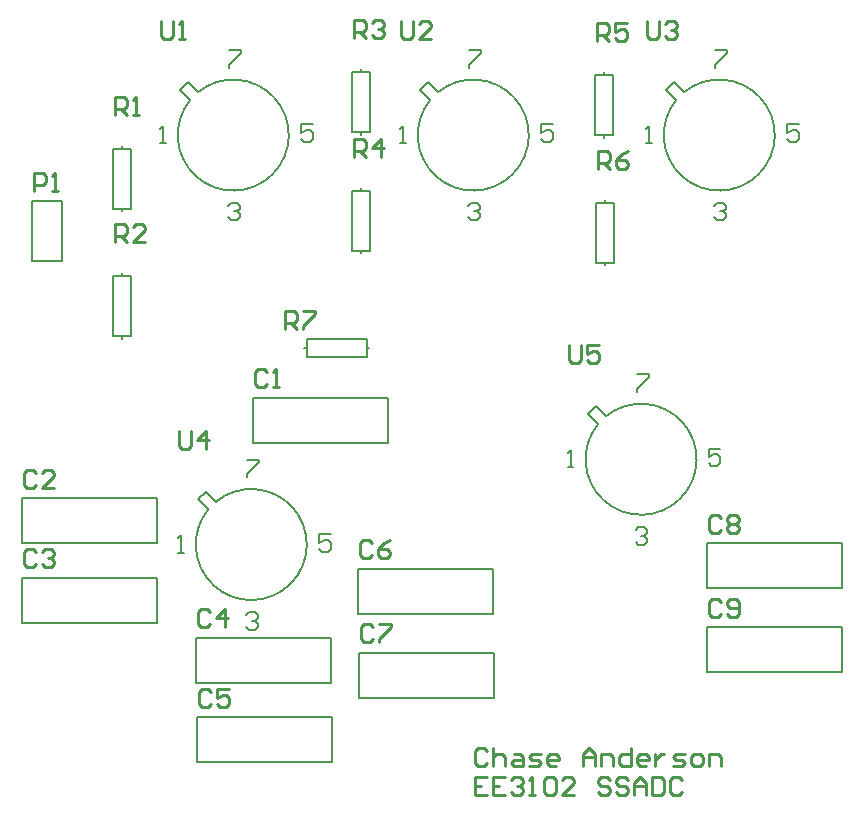
<source format=gto>
G04*
G04 #@! TF.GenerationSoftware,Altium Limited,Altium Designer,22.1.2 (22)*
G04*
G04 Layer_Color=65535*
%FSLAX24Y24*%
%MOIN*%
G70*
G04*
G04 #@! TF.SameCoordinates,BC38142E-7A5A-4D3A-873C-174696484D8D*
G04*
G04*
G04 #@! TF.FilePolarity,Positive*
G04*
G01*
G75*
%ADD10C,0.0079*%
%ADD11C,0.0100*%
%ADD12C,0.0059*%
D10*
X20665Y15020D02*
G03*
X20916Y15271I1428J-1177D01*
G01*
X7072Y25827D02*
G03*
X7323Y26078I1428J-1177D01*
G01*
X23272Y25827D02*
G03*
X23523Y26078I1428J-1177D01*
G01*
X15072Y25827D02*
G03*
X15323Y26078I1428J-1177D01*
G01*
X7672Y12177D02*
G03*
X7923Y12428I1428J-1177D01*
G01*
X1800Y20450D02*
X2800D01*
X1800D02*
Y22450D01*
X2800D01*
Y20450D02*
Y22450D01*
X28800Y9550D02*
Y11050D01*
X24300Y9550D02*
X28800D01*
X24300D02*
Y11050D01*
X28800D01*
X20582Y15605D02*
X20916Y15271D01*
X20331Y15354D02*
X20582Y15605D01*
X20331Y15354D02*
X20665Y15020D01*
X28800Y6750D02*
Y8250D01*
X24300Y6750D02*
X28800D01*
X24300D02*
Y8250D01*
X28800D01*
X6989Y26412D02*
X7323Y26078D01*
X6738Y26161D02*
X6989Y26412D01*
X6738Y26161D02*
X7072Y25827D01*
X4500Y24200D02*
X4800D01*
X4500Y22200D02*
Y24200D01*
Y22200D02*
X5100D01*
Y24200D01*
X4800D02*
X5100D01*
X4800Y22110D02*
Y22200D01*
Y24200D02*
Y24290D01*
X4500Y19950D02*
X4800D01*
X4500Y17950D02*
Y19950D01*
Y17950D02*
X5100D01*
Y19950D01*
X4800D02*
X5100D01*
X4800Y17860D02*
Y17950D01*
Y19950D02*
Y20040D01*
X23189Y26412D02*
X23523Y26078D01*
X22938Y26161D02*
X23189Y26412D01*
X22938Y26161D02*
X23272Y25827D01*
X12450Y26750D02*
X12750D01*
X12450Y24750D02*
Y26750D01*
Y24750D02*
X13050D01*
Y26750D01*
X12750D02*
X13050D01*
X12750Y24660D02*
Y24750D01*
Y26750D02*
Y26840D01*
X20600Y22400D02*
X20900D01*
X20600Y20400D02*
Y22400D01*
Y20400D02*
X21200D01*
Y22400D01*
X20900D02*
X21200D01*
X20900Y20310D02*
Y20400D01*
Y22400D02*
Y22490D01*
X7300Y3750D02*
Y5250D01*
X11800D01*
Y3750D02*
Y5250D01*
X7300Y3750D02*
X11800D01*
X20550Y26650D02*
X20850D01*
X20550Y24650D02*
Y26650D01*
Y24650D02*
X21150D01*
Y26650D01*
X20850D02*
X21150D01*
X20850Y24560D02*
Y24650D01*
Y26650D02*
Y26740D01*
X14989Y26412D02*
X15323Y26078D01*
X14738Y26161D02*
X14989Y26412D01*
X14738Y26161D02*
X15072Y25827D01*
X12450Y22800D02*
X12750D01*
X12450Y20800D02*
Y22800D01*
Y20800D02*
X13050D01*
Y22800D01*
X12750D02*
X13050D01*
X12750Y20710D02*
Y20800D01*
Y22800D02*
Y22890D01*
X17150Y8700D02*
Y10200D01*
X12650Y8700D02*
X17150D01*
X12650D02*
Y10200D01*
X17150D01*
X5950Y11050D02*
Y12550D01*
X1450Y11050D02*
X5950D01*
X1450D02*
Y12550D01*
X5950D01*
X7589Y12762D02*
X7923Y12428D01*
X7338Y12511D02*
X7589Y12762D01*
X7338Y12511D02*
X7672Y12177D01*
X10950Y17250D02*
Y17550D01*
Y17250D02*
X12950D01*
Y17850D01*
X10950D02*
X12950D01*
X10950Y17550D02*
Y17850D01*
X12950Y17550D02*
X13040D01*
X10860D02*
X10950D01*
X9150Y14400D02*
Y15900D01*
X13650D01*
Y14400D02*
Y15900D01*
X9150Y14400D02*
X13650D01*
X5950Y8400D02*
Y9900D01*
X1450Y8400D02*
X5950D01*
X1450D02*
Y9900D01*
X5950D01*
X7250Y6400D02*
Y7900D01*
X11750D01*
Y6400D02*
Y7900D01*
X7250Y6400D02*
X11750D01*
X17200Y5900D02*
Y7400D01*
X12700Y5900D02*
X17200D01*
X12700D02*
Y7400D01*
X17200D01*
D11*
X16950Y4110D02*
X16850Y4210D01*
X16650D01*
X16550Y4110D01*
Y3710D01*
X16650Y3610D01*
X16850D01*
X16950Y3710D01*
X17150Y4210D02*
Y3610D01*
Y3910D01*
X17250Y4010D01*
X17450D01*
X17550Y3910D01*
Y3610D01*
X17850Y4010D02*
X18050D01*
X18149Y3910D01*
Y3610D01*
X17850D01*
X17750Y3710D01*
X17850Y3810D01*
X18149D01*
X18349Y3610D02*
X18649D01*
X18749Y3710D01*
X18649Y3810D01*
X18449D01*
X18349Y3910D01*
X18449Y4010D01*
X18749D01*
X19249Y3610D02*
X19049D01*
X18949Y3710D01*
Y3910D01*
X19049Y4010D01*
X19249D01*
X19349Y3910D01*
Y3810D01*
X18949D01*
X20149Y3610D02*
Y4010D01*
X20349Y4210D01*
X20549Y4010D01*
Y3610D01*
Y3910D01*
X20149D01*
X20749Y3610D02*
Y4010D01*
X21049D01*
X21149Y3910D01*
Y3610D01*
X21748Y4210D02*
Y3610D01*
X21448D01*
X21348Y3710D01*
Y3910D01*
X21448Y4010D01*
X21748D01*
X22248Y3610D02*
X22048D01*
X21948Y3710D01*
Y3910D01*
X22048Y4010D01*
X22248D01*
X22348Y3910D01*
Y3810D01*
X21948D01*
X22548Y4010D02*
Y3610D01*
Y3810D01*
X22648Y3910D01*
X22748Y4010D01*
X22848D01*
X23148Y3610D02*
X23448D01*
X23548Y3710D01*
X23448Y3810D01*
X23248D01*
X23148Y3910D01*
X23248Y4010D01*
X23548D01*
X23848Y3610D02*
X24048D01*
X24148Y3710D01*
Y3910D01*
X24048Y4010D01*
X23848D01*
X23748Y3910D01*
Y3710D01*
X23848Y3610D01*
X24347D02*
Y4010D01*
X24647D01*
X24747Y3910D01*
Y3610D01*
X16950Y3250D02*
X16550D01*
Y2650D01*
X16950D01*
X16550Y2950D02*
X16750D01*
X17550Y3250D02*
X17150D01*
Y2650D01*
X17550D01*
X17150Y2950D02*
X17350D01*
X17750Y3150D02*
X17850Y3250D01*
X18050D01*
X18149Y3150D01*
Y3050D01*
X18050Y2950D01*
X17950D01*
X18050D01*
X18149Y2850D01*
Y2750D01*
X18050Y2650D01*
X17850D01*
X17750Y2750D01*
X18349Y2650D02*
X18549D01*
X18449D01*
Y3250D01*
X18349Y3150D01*
X18849D02*
X18949Y3250D01*
X19149D01*
X19249Y3150D01*
Y2750D01*
X19149Y2650D01*
X18949D01*
X18849Y2750D01*
Y3150D01*
X19849Y2650D02*
X19449D01*
X19849Y3050D01*
Y3150D01*
X19749Y3250D01*
X19549D01*
X19449Y3150D01*
X21049D02*
X20949Y3250D01*
X20749D01*
X20649Y3150D01*
Y3050D01*
X20749Y2950D01*
X20949D01*
X21049Y2850D01*
Y2750D01*
X20949Y2650D01*
X20749D01*
X20649Y2750D01*
X21648Y3150D02*
X21548Y3250D01*
X21348D01*
X21248Y3150D01*
Y3050D01*
X21348Y2950D01*
X21548D01*
X21648Y2850D01*
Y2750D01*
X21548Y2650D01*
X21348D01*
X21248Y2750D01*
X21848Y2650D02*
Y3050D01*
X22048Y3250D01*
X22248Y3050D01*
Y2650D01*
Y2950D01*
X21848D01*
X22448Y3250D02*
Y2650D01*
X22748D01*
X22848Y2750D01*
Y3150D01*
X22748Y3250D01*
X22448D01*
X23448Y3150D02*
X23348Y3250D01*
X23148D01*
X23048Y3150D01*
Y2750D01*
X23148Y2650D01*
X23348D01*
X23448Y2750D01*
X1860Y22790D02*
Y23390D01*
X2160D01*
X2260Y23290D01*
Y23090D01*
X2160Y22990D01*
X1860D01*
X2460Y22790D02*
X2660D01*
X2560D01*
Y23390D01*
X2460Y23290D01*
X24760Y11890D02*
X24660Y11990D01*
X24460D01*
X24360Y11890D01*
Y11490D01*
X24460Y11390D01*
X24660D01*
X24760Y11490D01*
X24960Y11890D02*
X25060Y11990D01*
X25260D01*
X25360Y11890D01*
Y11790D01*
X25260Y11690D01*
X25360Y11590D01*
Y11490D01*
X25260Y11390D01*
X25060D01*
X24960Y11490D01*
Y11590D01*
X25060Y11690D01*
X24960Y11790D01*
Y11890D01*
X25060Y11690D02*
X25260D01*
X19690Y17640D02*
Y17140D01*
X19790Y17040D01*
X19990D01*
X20090Y17140D01*
Y17640D01*
X20690D02*
X20290D01*
Y17340D01*
X20490Y17440D01*
X20590D01*
X20690Y17340D01*
Y17140D01*
X20590Y17040D01*
X20390D01*
X20290Y17140D01*
X24760Y9090D02*
X24660Y9190D01*
X24460D01*
X24360Y9090D01*
Y8690D01*
X24460Y8590D01*
X24660D01*
X24760Y8690D01*
X24960D02*
X25060Y8590D01*
X25260D01*
X25360Y8690D01*
Y9090D01*
X25260Y9190D01*
X25060D01*
X24960Y9090D01*
Y8990D01*
X25060Y8890D01*
X25360D01*
X6090Y28440D02*
Y27940D01*
X6190Y27840D01*
X6390D01*
X6490Y27940D01*
Y28440D01*
X6690Y27840D02*
X6890D01*
X6790D01*
Y28440D01*
X6690Y28340D01*
X4560Y25320D02*
Y25920D01*
X4860D01*
X4960Y25820D01*
Y25620D01*
X4860Y25520D01*
X4560D01*
X4760D02*
X4960Y25320D01*
X5160D02*
X5360D01*
X5260D01*
Y25920D01*
X5160Y25820D01*
X4560Y21070D02*
Y21670D01*
X4860D01*
X4960Y21570D01*
Y21370D01*
X4860Y21270D01*
X4560D01*
X4760D02*
X4960Y21070D01*
X5560D02*
X5160D01*
X5560Y21470D01*
Y21570D01*
X5460Y21670D01*
X5260D01*
X5160Y21570D01*
X22290Y28440D02*
Y27940D01*
X22390Y27840D01*
X22590D01*
X22690Y27940D01*
Y28440D01*
X22890Y28340D02*
X22990Y28440D01*
X23190D01*
X23290Y28340D01*
Y28240D01*
X23190Y28140D01*
X23090D01*
X23190D01*
X23290Y28040D01*
Y27940D01*
X23190Y27840D01*
X22990D01*
X22890Y27940D01*
X12510Y27870D02*
Y28470D01*
X12810D01*
X12910Y28370D01*
Y28170D01*
X12810Y28070D01*
X12510D01*
X12710D02*
X12910Y27870D01*
X13110Y28370D02*
X13210Y28470D01*
X13410D01*
X13510Y28370D01*
Y28270D01*
X13410Y28170D01*
X13310D01*
X13410D01*
X13510Y28070D01*
Y27970D01*
X13410Y27870D01*
X13210D01*
X13110Y27970D01*
X20660Y23520D02*
Y24120D01*
X20960D01*
X21060Y24020D01*
Y23820D01*
X20960Y23720D01*
X20660D01*
X20860D02*
X21060Y23520D01*
X21660Y24120D02*
X21460Y24020D01*
X21260Y23820D01*
Y23620D01*
X21360Y23520D01*
X21560D01*
X21660Y23620D01*
Y23720D01*
X21560Y23820D01*
X21260D01*
X7760Y6090D02*
X7660Y6190D01*
X7460D01*
X7360Y6090D01*
Y5690D01*
X7460Y5590D01*
X7660D01*
X7760Y5690D01*
X8360Y6190D02*
X7960D01*
Y5890D01*
X8160Y5990D01*
X8260D01*
X8360Y5890D01*
Y5690D01*
X8260Y5590D01*
X8060D01*
X7960Y5690D01*
X20610Y27770D02*
Y28370D01*
X20910D01*
X21010Y28270D01*
Y28070D01*
X20910Y27970D01*
X20610D01*
X20810D02*
X21010Y27770D01*
X21610Y28370D02*
X21210D01*
Y28070D01*
X21410Y28170D01*
X21510D01*
X21610Y28070D01*
Y27870D01*
X21510Y27770D01*
X21310D01*
X21210Y27870D01*
X14090Y28440D02*
Y27940D01*
X14190Y27840D01*
X14390D01*
X14490Y27940D01*
Y28440D01*
X15090Y27840D02*
X14690D01*
X15090Y28240D01*
Y28340D01*
X14990Y28440D01*
X14790D01*
X14690Y28340D01*
X12510Y23920D02*
Y24520D01*
X12810D01*
X12910Y24420D01*
Y24220D01*
X12810Y24120D01*
X12510D01*
X12710D02*
X12910Y23920D01*
X13410D02*
Y24520D01*
X13110Y24220D01*
X13510D01*
X13110Y11040D02*
X13010Y11140D01*
X12810D01*
X12710Y11040D01*
Y10640D01*
X12810Y10540D01*
X13010D01*
X13110Y10640D01*
X13710Y11140D02*
X13510Y11040D01*
X13310Y10840D01*
Y10640D01*
X13410Y10540D01*
X13610D01*
X13710Y10640D01*
Y10740D01*
X13610Y10840D01*
X13310D01*
X1910Y13390D02*
X1810Y13490D01*
X1610D01*
X1510Y13390D01*
Y12990D01*
X1610Y12890D01*
X1810D01*
X1910Y12990D01*
X2510Y12890D02*
X2110D01*
X2510Y13290D01*
Y13390D01*
X2410Y13490D01*
X2210D01*
X2110Y13390D01*
X6690Y14790D02*
Y14290D01*
X6790Y14190D01*
X6990D01*
X7090Y14290D01*
Y14790D01*
X7590Y14190D02*
Y14790D01*
X7290Y14490D01*
X7690D01*
X10230Y18190D02*
Y18790D01*
X10530D01*
X10630Y18690D01*
Y18490D01*
X10530Y18390D01*
X10230D01*
X10430D02*
X10630Y18190D01*
X10830Y18790D02*
X11230D01*
Y18690D01*
X10830Y18290D01*
Y18190D01*
X9610Y16740D02*
X9510Y16840D01*
X9310D01*
X9210Y16740D01*
Y16340D01*
X9310Y16240D01*
X9510D01*
X9610Y16340D01*
X9810Y16240D02*
X10010D01*
X9910D01*
Y16840D01*
X9810Y16740D01*
X1910Y10740D02*
X1810Y10840D01*
X1610D01*
X1510Y10740D01*
Y10340D01*
X1610Y10240D01*
X1810D01*
X1910Y10340D01*
X2110Y10740D02*
X2210Y10840D01*
X2410D01*
X2510Y10740D01*
Y10640D01*
X2410Y10540D01*
X2310D01*
X2410D01*
X2510Y10440D01*
Y10340D01*
X2410Y10240D01*
X2210D01*
X2110Y10340D01*
X7710Y8740D02*
X7610Y8840D01*
X7410D01*
X7310Y8740D01*
Y8340D01*
X7410Y8240D01*
X7610D01*
X7710Y8340D01*
X8210Y8240D02*
Y8840D01*
X7910Y8540D01*
X8310D01*
X13160Y8240D02*
X13060Y8340D01*
X12860D01*
X12760Y8240D01*
Y7840D01*
X12860Y7740D01*
X13060D01*
X13160Y7840D01*
X13360Y8340D02*
X13760D01*
Y8240D01*
X13360Y7840D01*
Y7740D01*
D12*
X19644Y13569D02*
X19841D01*
X19742D01*
Y14159D01*
X19644Y14061D01*
X21908Y11492D02*
X22007Y11591D01*
X22203D01*
X22302Y11492D01*
Y11394D01*
X22203Y11296D01*
X22105D01*
X22203D01*
X22302Y11197D01*
Y11099D01*
X22203Y11000D01*
X22007D01*
X21908Y11099D01*
X24735Y14201D02*
X24342D01*
Y13906D01*
X24539Y14005D01*
X24637D01*
X24735Y13906D01*
Y13709D01*
X24637Y13611D01*
X24440D01*
X24342Y13709D01*
X21962Y16677D02*
X22356D01*
Y16579D01*
X21962Y16185D01*
Y16087D01*
X6051Y24376D02*
X6248D01*
X6150D01*
Y24966D01*
X6051Y24868D01*
X8315Y22299D02*
X8414Y22398D01*
X8611D01*
X8709Y22299D01*
Y22201D01*
X8611Y22103D01*
X8512D01*
X8611D01*
X8709Y22004D01*
Y21906D01*
X8611Y21807D01*
X8414D01*
X8315Y21906D01*
X11142Y25008D02*
X10749D01*
Y24713D01*
X10946Y24812D01*
X11044D01*
X11142Y24713D01*
Y24516D01*
X11044Y24418D01*
X10847D01*
X10749Y24516D01*
X8369Y27484D02*
X8763D01*
Y27386D01*
X8369Y26992D01*
Y26894D01*
X22251Y24376D02*
X22448D01*
X22350D01*
Y24966D01*
X22251Y24868D01*
X24515Y22299D02*
X24614Y22398D01*
X24811D01*
X24909Y22299D01*
Y22201D01*
X24811Y22103D01*
X24712D01*
X24811D01*
X24909Y22004D01*
Y21906D01*
X24811Y21807D01*
X24614D01*
X24515Y21906D01*
X27342Y25008D02*
X26949D01*
Y24713D01*
X27146Y24812D01*
X27244D01*
X27342Y24713D01*
Y24516D01*
X27244Y24418D01*
X27047D01*
X26949Y24516D01*
X24569Y27484D02*
X24963D01*
Y27386D01*
X24569Y26992D01*
Y26894D01*
X14051Y24376D02*
X14248D01*
X14150D01*
Y24966D01*
X14051Y24868D01*
X16315Y22299D02*
X16414Y22398D01*
X16611D01*
X16709Y22299D01*
Y22201D01*
X16611Y22103D01*
X16512D01*
X16611D01*
X16709Y22004D01*
Y21906D01*
X16611Y21807D01*
X16414D01*
X16315Y21906D01*
X19142Y25008D02*
X18749D01*
Y24713D01*
X18946Y24812D01*
X19044D01*
X19142Y24713D01*
Y24516D01*
X19044Y24418D01*
X18847D01*
X18749Y24516D01*
X16369Y27484D02*
X16763D01*
Y27386D01*
X16369Y26992D01*
Y26894D01*
X6651Y10726D02*
X6848D01*
X6750D01*
Y11316D01*
X6651Y11218D01*
X8915Y8649D02*
X9014Y8748D01*
X9211D01*
X9309Y8649D01*
Y8551D01*
X9211Y8453D01*
X9112D01*
X9211D01*
X9309Y8354D01*
Y8256D01*
X9211Y8157D01*
X9014D01*
X8915Y8256D01*
X11742Y11358D02*
X11349D01*
Y11063D01*
X11546Y11162D01*
X11644D01*
X11742Y11063D01*
Y10867D01*
X11644Y10768D01*
X11447D01*
X11349Y10867D01*
X8969Y13834D02*
X9363D01*
Y13736D01*
X8969Y13342D01*
Y13244D01*
M02*

</source>
